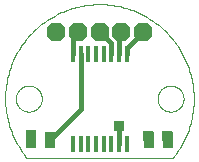
<source format=gtl>
G75*
%MOIN*%
%OFA0B0*%
%FSLAX25Y25*%
%IPPOS*%
%LPD*%
%AMOC8*
5,1,8,0,0,1.08239X$1,22.5*
%
%ADD10C,0.00000*%
%ADD11C,0.00300*%
%ADD12OC8,0.06300*%
%ADD13R,0.03600X0.05700*%
%ADD14R,0.01811X0.05630*%
%ADD15C,0.01600*%
%ADD16R,0.03562X0.03562*%
D10*
X0008237Y0001406D02*
X0057056Y0001406D01*
X0051937Y0021091D02*
X0051939Y0021222D01*
X0051945Y0021354D01*
X0051955Y0021485D01*
X0051969Y0021616D01*
X0051987Y0021746D01*
X0052009Y0021875D01*
X0052034Y0022004D01*
X0052064Y0022132D01*
X0052098Y0022259D01*
X0052135Y0022386D01*
X0052176Y0022510D01*
X0052221Y0022634D01*
X0052270Y0022756D01*
X0052322Y0022877D01*
X0052378Y0022995D01*
X0052438Y0023113D01*
X0052501Y0023228D01*
X0052568Y0023341D01*
X0052638Y0023453D01*
X0052711Y0023562D01*
X0052787Y0023668D01*
X0052867Y0023773D01*
X0052950Y0023875D01*
X0053036Y0023974D01*
X0053125Y0024071D01*
X0053217Y0024165D01*
X0053312Y0024256D01*
X0053409Y0024345D01*
X0053509Y0024430D01*
X0053612Y0024512D01*
X0053717Y0024591D01*
X0053824Y0024667D01*
X0053934Y0024739D01*
X0054046Y0024808D01*
X0054160Y0024874D01*
X0054275Y0024936D01*
X0054393Y0024995D01*
X0054512Y0025050D01*
X0054633Y0025102D01*
X0054756Y0025149D01*
X0054880Y0025193D01*
X0055005Y0025234D01*
X0055131Y0025270D01*
X0055259Y0025303D01*
X0055387Y0025331D01*
X0055516Y0025356D01*
X0055646Y0025377D01*
X0055776Y0025394D01*
X0055907Y0025407D01*
X0056038Y0025416D01*
X0056169Y0025421D01*
X0056301Y0025422D01*
X0056432Y0025419D01*
X0056564Y0025412D01*
X0056695Y0025401D01*
X0056825Y0025386D01*
X0056955Y0025367D01*
X0057085Y0025344D01*
X0057213Y0025318D01*
X0057341Y0025287D01*
X0057468Y0025252D01*
X0057594Y0025214D01*
X0057718Y0025172D01*
X0057842Y0025126D01*
X0057963Y0025076D01*
X0058083Y0025023D01*
X0058202Y0024966D01*
X0058319Y0024906D01*
X0058433Y0024842D01*
X0058546Y0024774D01*
X0058657Y0024703D01*
X0058766Y0024629D01*
X0058872Y0024552D01*
X0058976Y0024471D01*
X0059077Y0024388D01*
X0059176Y0024301D01*
X0059272Y0024211D01*
X0059365Y0024118D01*
X0059456Y0024023D01*
X0059543Y0023925D01*
X0059628Y0023824D01*
X0059709Y0023721D01*
X0059787Y0023615D01*
X0059862Y0023507D01*
X0059934Y0023397D01*
X0060002Y0023285D01*
X0060067Y0023171D01*
X0060128Y0023054D01*
X0060186Y0022936D01*
X0060240Y0022816D01*
X0060291Y0022695D01*
X0060338Y0022572D01*
X0060381Y0022448D01*
X0060420Y0022323D01*
X0060456Y0022196D01*
X0060487Y0022068D01*
X0060515Y0021940D01*
X0060539Y0021811D01*
X0060559Y0021681D01*
X0060575Y0021550D01*
X0060587Y0021419D01*
X0060595Y0021288D01*
X0060599Y0021157D01*
X0060599Y0021025D01*
X0060595Y0020894D01*
X0060587Y0020763D01*
X0060575Y0020632D01*
X0060559Y0020501D01*
X0060539Y0020371D01*
X0060515Y0020242D01*
X0060487Y0020114D01*
X0060456Y0019986D01*
X0060420Y0019859D01*
X0060381Y0019734D01*
X0060338Y0019610D01*
X0060291Y0019487D01*
X0060240Y0019366D01*
X0060186Y0019246D01*
X0060128Y0019128D01*
X0060067Y0019011D01*
X0060002Y0018897D01*
X0059934Y0018785D01*
X0059862Y0018675D01*
X0059787Y0018567D01*
X0059709Y0018461D01*
X0059628Y0018358D01*
X0059543Y0018257D01*
X0059456Y0018159D01*
X0059365Y0018064D01*
X0059272Y0017971D01*
X0059176Y0017881D01*
X0059077Y0017794D01*
X0058976Y0017711D01*
X0058872Y0017630D01*
X0058766Y0017553D01*
X0058657Y0017479D01*
X0058546Y0017408D01*
X0058434Y0017340D01*
X0058319Y0017276D01*
X0058202Y0017216D01*
X0058083Y0017159D01*
X0057963Y0017106D01*
X0057842Y0017056D01*
X0057718Y0017010D01*
X0057594Y0016968D01*
X0057468Y0016930D01*
X0057341Y0016895D01*
X0057213Y0016864D01*
X0057085Y0016838D01*
X0056955Y0016815D01*
X0056825Y0016796D01*
X0056695Y0016781D01*
X0056564Y0016770D01*
X0056432Y0016763D01*
X0056301Y0016760D01*
X0056169Y0016761D01*
X0056038Y0016766D01*
X0055907Y0016775D01*
X0055776Y0016788D01*
X0055646Y0016805D01*
X0055516Y0016826D01*
X0055387Y0016851D01*
X0055259Y0016879D01*
X0055131Y0016912D01*
X0055005Y0016948D01*
X0054880Y0016989D01*
X0054756Y0017033D01*
X0054633Y0017080D01*
X0054512Y0017132D01*
X0054393Y0017187D01*
X0054275Y0017246D01*
X0054160Y0017308D01*
X0054046Y0017374D01*
X0053934Y0017443D01*
X0053824Y0017515D01*
X0053717Y0017591D01*
X0053612Y0017670D01*
X0053509Y0017752D01*
X0053409Y0017837D01*
X0053312Y0017926D01*
X0053217Y0018017D01*
X0053125Y0018111D01*
X0053036Y0018208D01*
X0052950Y0018307D01*
X0052867Y0018409D01*
X0052787Y0018514D01*
X0052711Y0018620D01*
X0052638Y0018729D01*
X0052568Y0018841D01*
X0052501Y0018954D01*
X0052438Y0019069D01*
X0052378Y0019187D01*
X0052322Y0019305D01*
X0052270Y0019426D01*
X0052221Y0019548D01*
X0052176Y0019672D01*
X0052135Y0019796D01*
X0052098Y0019923D01*
X0052064Y0020050D01*
X0052034Y0020178D01*
X0052009Y0020307D01*
X0051987Y0020436D01*
X0051969Y0020566D01*
X0051955Y0020697D01*
X0051945Y0020828D01*
X0051939Y0020960D01*
X0051937Y0021091D01*
X0004693Y0021091D02*
X0004695Y0021222D01*
X0004701Y0021354D01*
X0004711Y0021485D01*
X0004725Y0021616D01*
X0004743Y0021746D01*
X0004765Y0021875D01*
X0004790Y0022004D01*
X0004820Y0022132D01*
X0004854Y0022259D01*
X0004891Y0022386D01*
X0004932Y0022510D01*
X0004977Y0022634D01*
X0005026Y0022756D01*
X0005078Y0022877D01*
X0005134Y0022995D01*
X0005194Y0023113D01*
X0005257Y0023228D01*
X0005324Y0023341D01*
X0005394Y0023453D01*
X0005467Y0023562D01*
X0005543Y0023668D01*
X0005623Y0023773D01*
X0005706Y0023875D01*
X0005792Y0023974D01*
X0005881Y0024071D01*
X0005973Y0024165D01*
X0006068Y0024256D01*
X0006165Y0024345D01*
X0006265Y0024430D01*
X0006368Y0024512D01*
X0006473Y0024591D01*
X0006580Y0024667D01*
X0006690Y0024739D01*
X0006802Y0024808D01*
X0006916Y0024874D01*
X0007031Y0024936D01*
X0007149Y0024995D01*
X0007268Y0025050D01*
X0007389Y0025102D01*
X0007512Y0025149D01*
X0007636Y0025193D01*
X0007761Y0025234D01*
X0007887Y0025270D01*
X0008015Y0025303D01*
X0008143Y0025331D01*
X0008272Y0025356D01*
X0008402Y0025377D01*
X0008532Y0025394D01*
X0008663Y0025407D01*
X0008794Y0025416D01*
X0008925Y0025421D01*
X0009057Y0025422D01*
X0009188Y0025419D01*
X0009320Y0025412D01*
X0009451Y0025401D01*
X0009581Y0025386D01*
X0009711Y0025367D01*
X0009841Y0025344D01*
X0009969Y0025318D01*
X0010097Y0025287D01*
X0010224Y0025252D01*
X0010350Y0025214D01*
X0010474Y0025172D01*
X0010598Y0025126D01*
X0010719Y0025076D01*
X0010839Y0025023D01*
X0010958Y0024966D01*
X0011075Y0024906D01*
X0011189Y0024842D01*
X0011302Y0024774D01*
X0011413Y0024703D01*
X0011522Y0024629D01*
X0011628Y0024552D01*
X0011732Y0024471D01*
X0011833Y0024388D01*
X0011932Y0024301D01*
X0012028Y0024211D01*
X0012121Y0024118D01*
X0012212Y0024023D01*
X0012299Y0023925D01*
X0012384Y0023824D01*
X0012465Y0023721D01*
X0012543Y0023615D01*
X0012618Y0023507D01*
X0012690Y0023397D01*
X0012758Y0023285D01*
X0012823Y0023171D01*
X0012884Y0023054D01*
X0012942Y0022936D01*
X0012996Y0022816D01*
X0013047Y0022695D01*
X0013094Y0022572D01*
X0013137Y0022448D01*
X0013176Y0022323D01*
X0013212Y0022196D01*
X0013243Y0022068D01*
X0013271Y0021940D01*
X0013295Y0021811D01*
X0013315Y0021681D01*
X0013331Y0021550D01*
X0013343Y0021419D01*
X0013351Y0021288D01*
X0013355Y0021157D01*
X0013355Y0021025D01*
X0013351Y0020894D01*
X0013343Y0020763D01*
X0013331Y0020632D01*
X0013315Y0020501D01*
X0013295Y0020371D01*
X0013271Y0020242D01*
X0013243Y0020114D01*
X0013212Y0019986D01*
X0013176Y0019859D01*
X0013137Y0019734D01*
X0013094Y0019610D01*
X0013047Y0019487D01*
X0012996Y0019366D01*
X0012942Y0019246D01*
X0012884Y0019128D01*
X0012823Y0019011D01*
X0012758Y0018897D01*
X0012690Y0018785D01*
X0012618Y0018675D01*
X0012543Y0018567D01*
X0012465Y0018461D01*
X0012384Y0018358D01*
X0012299Y0018257D01*
X0012212Y0018159D01*
X0012121Y0018064D01*
X0012028Y0017971D01*
X0011932Y0017881D01*
X0011833Y0017794D01*
X0011732Y0017711D01*
X0011628Y0017630D01*
X0011522Y0017553D01*
X0011413Y0017479D01*
X0011302Y0017408D01*
X0011190Y0017340D01*
X0011075Y0017276D01*
X0010958Y0017216D01*
X0010839Y0017159D01*
X0010719Y0017106D01*
X0010598Y0017056D01*
X0010474Y0017010D01*
X0010350Y0016968D01*
X0010224Y0016930D01*
X0010097Y0016895D01*
X0009969Y0016864D01*
X0009841Y0016838D01*
X0009711Y0016815D01*
X0009581Y0016796D01*
X0009451Y0016781D01*
X0009320Y0016770D01*
X0009188Y0016763D01*
X0009057Y0016760D01*
X0008925Y0016761D01*
X0008794Y0016766D01*
X0008663Y0016775D01*
X0008532Y0016788D01*
X0008402Y0016805D01*
X0008272Y0016826D01*
X0008143Y0016851D01*
X0008015Y0016879D01*
X0007887Y0016912D01*
X0007761Y0016948D01*
X0007636Y0016989D01*
X0007512Y0017033D01*
X0007389Y0017080D01*
X0007268Y0017132D01*
X0007149Y0017187D01*
X0007031Y0017246D01*
X0006916Y0017308D01*
X0006802Y0017374D01*
X0006690Y0017443D01*
X0006580Y0017515D01*
X0006473Y0017591D01*
X0006368Y0017670D01*
X0006265Y0017752D01*
X0006165Y0017837D01*
X0006068Y0017926D01*
X0005973Y0018017D01*
X0005881Y0018111D01*
X0005792Y0018208D01*
X0005706Y0018307D01*
X0005623Y0018409D01*
X0005543Y0018514D01*
X0005467Y0018620D01*
X0005394Y0018729D01*
X0005324Y0018841D01*
X0005257Y0018954D01*
X0005194Y0019069D01*
X0005134Y0019187D01*
X0005078Y0019305D01*
X0005026Y0019426D01*
X0004977Y0019548D01*
X0004932Y0019672D01*
X0004891Y0019796D01*
X0004854Y0019923D01*
X0004820Y0020050D01*
X0004790Y0020178D01*
X0004765Y0020307D01*
X0004743Y0020436D01*
X0004725Y0020566D01*
X0004711Y0020697D01*
X0004701Y0020828D01*
X0004695Y0020960D01*
X0004693Y0021091D01*
D11*
X0001150Y0021092D02*
X0001159Y0021861D01*
X0001187Y0022630D01*
X0001233Y0023398D01*
X0001298Y0024165D01*
X0001382Y0024930D01*
X0001485Y0025693D01*
X0001606Y0026453D01*
X0001746Y0027210D01*
X0001905Y0027963D01*
X0002082Y0028712D01*
X0002277Y0029456D01*
X0002490Y0030196D01*
X0002722Y0030930D01*
X0002971Y0031658D01*
X0003238Y0032380D01*
X0003522Y0033095D01*
X0003824Y0033802D01*
X0004144Y0034503D01*
X0004480Y0035195D01*
X0004833Y0035879D01*
X0005203Y0036554D01*
X0005589Y0037219D01*
X0005992Y0037875D01*
X0006410Y0038521D01*
X0006844Y0039157D01*
X0007293Y0039781D01*
X0007758Y0040395D01*
X0008238Y0040997D01*
X0008732Y0041587D01*
X0009240Y0042165D01*
X0009762Y0042730D01*
X0010299Y0043282D01*
X0010848Y0043821D01*
X0011410Y0044346D01*
X0011986Y0044857D01*
X0012573Y0045354D01*
X0013173Y0045837D01*
X0013784Y0046305D01*
X0014406Y0046757D01*
X0015040Y0047195D01*
X0015683Y0047616D01*
X0016337Y0048022D01*
X0017001Y0048412D01*
X0017674Y0048785D01*
X0018356Y0049141D01*
X0019047Y0049481D01*
X0019745Y0049804D01*
X0020451Y0050110D01*
X0021165Y0050398D01*
X0021885Y0050668D01*
X0022612Y0050921D01*
X0023345Y0051156D01*
X0024083Y0051374D01*
X0024827Y0051572D01*
X0025575Y0051753D01*
X0026327Y0051915D01*
X0027083Y0052059D01*
X0027843Y0052184D01*
X0028605Y0052291D01*
X0029369Y0052379D01*
X0030136Y0052448D01*
X0030904Y0052498D01*
X0031673Y0052530D01*
X0032442Y0052543D01*
X0033212Y0052537D01*
X0033981Y0052512D01*
X0034749Y0052468D01*
X0035516Y0052405D01*
X0036282Y0052324D01*
X0037045Y0052224D01*
X0037805Y0052105D01*
X0038562Y0051968D01*
X0039316Y0051812D01*
X0040066Y0051638D01*
X0040811Y0051445D01*
X0041551Y0051235D01*
X0042286Y0051006D01*
X0043015Y0050759D01*
X0043737Y0050495D01*
X0044453Y0050213D01*
X0045162Y0049913D01*
X0045864Y0049596D01*
X0046557Y0049262D01*
X0047242Y0048912D01*
X0047918Y0048544D01*
X0048585Y0048160D01*
X0049243Y0047760D01*
X0049890Y0047344D01*
X0050527Y0046912D01*
X0051153Y0046465D01*
X0051769Y0046003D01*
X0052372Y0045525D01*
X0052964Y0045033D01*
X0053544Y0044527D01*
X0054110Y0044006D01*
X0054665Y0043472D01*
X0055205Y0042925D01*
X0055733Y0042364D01*
X0056246Y0041791D01*
X0056745Y0041205D01*
X0057230Y0040607D01*
X0057700Y0039998D01*
X0058154Y0039377D01*
X0058594Y0038745D01*
X0059018Y0038103D01*
X0059426Y0037450D01*
X0059818Y0036788D01*
X0060193Y0036116D01*
X0060552Y0035435D01*
X0060894Y0034746D01*
X0061220Y0034049D01*
X0061528Y0033343D01*
X0061819Y0032631D01*
X0062092Y0031911D01*
X0062347Y0031185D01*
X0062585Y0030453D01*
X0062804Y0029716D01*
X0063006Y0028973D01*
X0063189Y0028226D01*
X0063354Y0027474D01*
X0063501Y0026718D01*
X0063629Y0025959D01*
X0063738Y0025198D01*
X0063828Y0024433D01*
X0063900Y0023667D01*
X0063953Y0022899D01*
X0063988Y0022131D01*
X0064003Y0021361D01*
X0064000Y0020592D01*
X0063977Y0019822D01*
X0063936Y0019054D01*
X0063876Y0018287D01*
X0063798Y0017521D01*
X0063700Y0016758D01*
X0063584Y0015997D01*
X0063450Y0015239D01*
X0063296Y0014485D01*
X0063125Y0013735D01*
X0062935Y0012989D01*
X0062727Y0012248D01*
X0062501Y0011512D01*
X0062257Y0010782D01*
X0061995Y0010059D01*
X0061715Y0009342D01*
X0061418Y0008632D01*
X0061104Y0007929D01*
X0060772Y0007235D01*
X0060424Y0006549D01*
X0060059Y0005871D01*
X0059677Y0005203D01*
X0059279Y0004544D01*
X0058866Y0003895D01*
X0058436Y0003256D01*
X0057991Y0002629D01*
X0057531Y0002012D01*
X0057055Y0001407D01*
X0008236Y0001406D02*
X0007762Y0002002D01*
X0007302Y0002609D01*
X0006856Y0003227D01*
X0006426Y0003856D01*
X0006011Y0004495D01*
X0005612Y0005143D01*
X0005229Y0005802D01*
X0004862Y0006469D01*
X0004511Y0007145D01*
X0004176Y0007829D01*
X0003858Y0008522D01*
X0003557Y0009221D01*
X0003273Y0009928D01*
X0003007Y0010642D01*
X0002757Y0011362D01*
X0002526Y0012087D01*
X0002312Y0012818D01*
X0002115Y0013554D01*
X0001937Y0014295D01*
X0001776Y0015039D01*
X0001634Y0015788D01*
X0001510Y0016539D01*
X0001404Y0017293D01*
X0001316Y0018050D01*
X0001247Y0018809D01*
X0001196Y0019569D01*
X0001164Y0020330D01*
X0001150Y0021091D01*
D12*
X0018040Y0043335D03*
X0025363Y0043375D03*
X0032685Y0043335D03*
X0039851Y0043335D03*
X0047056Y0043375D03*
D13*
X0048934Y0007233D03*
X0055334Y0007233D03*
X0016200Y0007430D03*
X0009800Y0007430D03*
D14*
X0023709Y0006052D03*
X0026268Y0006052D03*
X0028827Y0006052D03*
X0031386Y0006052D03*
X0033945Y0006052D03*
X0036504Y0006052D03*
X0039063Y0006052D03*
X0041622Y0006052D03*
X0041622Y0035934D03*
X0039063Y0035934D03*
X0036504Y0035934D03*
X0033945Y0035934D03*
X0031386Y0035934D03*
X0028827Y0035934D03*
X0026268Y0035934D03*
X0023709Y0035934D03*
D15*
X0023709Y0041721D01*
X0025363Y0043375D01*
X0032685Y0043335D02*
X0036504Y0039517D01*
X0036504Y0035934D01*
X0039063Y0035934D02*
X0039063Y0042548D01*
X0039851Y0043335D01*
X0041622Y0037942D02*
X0047056Y0043375D01*
X0041622Y0037942D02*
X0041622Y0035934D01*
X0026268Y0035934D02*
X0026268Y0017498D01*
X0016200Y0007430D01*
X0016200Y0008797D01*
X0016111Y0008887D01*
X0009811Y0008887D02*
X0009811Y0007430D01*
X0009800Y0007430D01*
X0039063Y0006052D02*
X0039063Y0011918D01*
X0038945Y0012036D01*
X0048788Y0008493D02*
X0048934Y0008346D01*
X0048934Y0007233D01*
X0055087Y0007233D02*
X0055087Y0008493D01*
X0055087Y0007233D02*
X0055334Y0007233D01*
D16*
X0055087Y0008493D03*
X0048788Y0008493D03*
X0038945Y0012036D03*
X0009811Y0008887D03*
M02*

</source>
